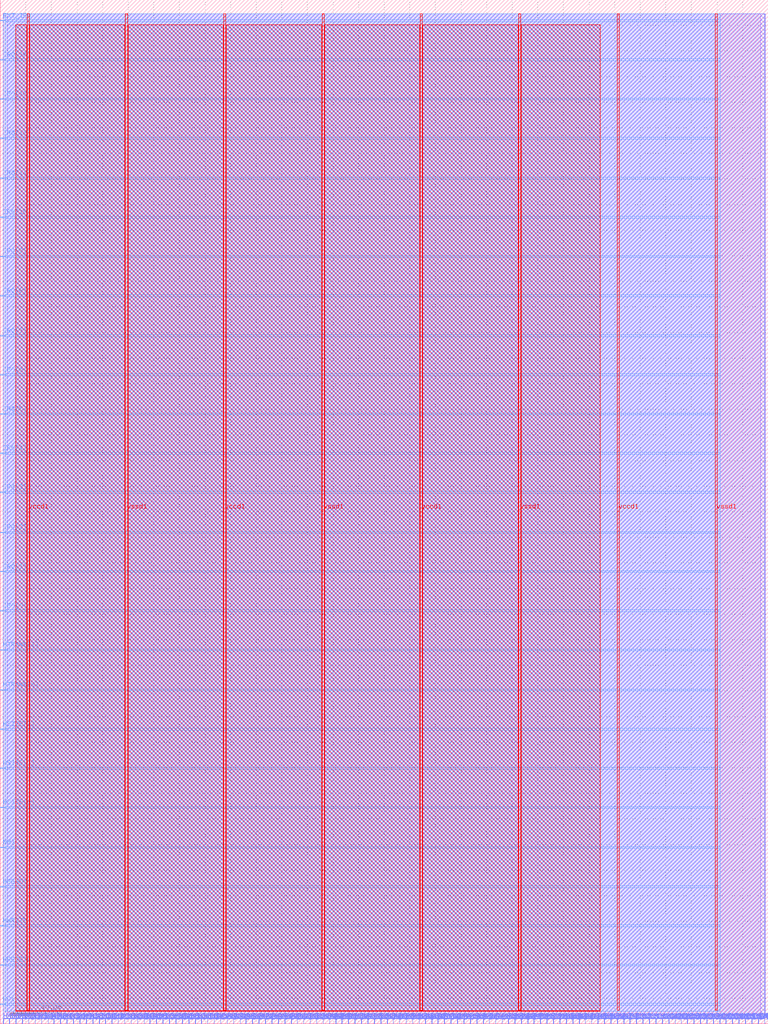
<source format=lef>
VERSION 5.7 ;
  NOWIREEXTENSIONATPIN ON ;
  DIVIDERCHAR "/" ;
  BUSBITCHARS "[]" ;
MACRO ibex_wrapper
  CLASS BLOCK ;
  FOREIGN ibex_wrapper ;
  ORIGIN 0.000 0.000 ;
  SIZE 600.000 BY 800.000 ;
  PIN EXT_IRQ
    DIRECTION INPUT ;
    USE SIGNAL ;
    PORT
      LAYER met3 ;
        RECT 0.000 783.400 4.000 784.000 ;
    END
  END EXT_IRQ
  PIN HADDR[0]
    DIRECTION OUTPUT TRISTATE ;
    USE SIGNAL ;
    PORT
      LAYER met2 ;
        RECT 2.390 0.000 2.670 4.000 ;
    END
  END HADDR[0]
  PIN HADDR[10]
    DIRECTION OUTPUT TRISTATE ;
    USE SIGNAL ;
    PORT
      LAYER met2 ;
        RECT 52.070 0.000 52.350 4.000 ;
    END
  END HADDR[10]
  PIN HADDR[11]
    DIRECTION OUTPUT TRISTATE ;
    USE SIGNAL ;
    PORT
      LAYER met2 ;
        RECT 57.130 0.000 57.410 4.000 ;
    END
  END HADDR[11]
  PIN HADDR[12]
    DIRECTION OUTPUT TRISTATE ;
    USE SIGNAL ;
    PORT
      LAYER met2 ;
        RECT 62.190 0.000 62.470 4.000 ;
    END
  END HADDR[12]
  PIN HADDR[13]
    DIRECTION OUTPUT TRISTATE ;
    USE SIGNAL ;
    PORT
      LAYER met2 ;
        RECT 67.250 0.000 67.530 4.000 ;
    END
  END HADDR[13]
  PIN HADDR[14]
    DIRECTION OUTPUT TRISTATE ;
    USE SIGNAL ;
    PORT
      LAYER met2 ;
        RECT 72.310 0.000 72.590 4.000 ;
    END
  END HADDR[14]
  PIN HADDR[15]
    DIRECTION OUTPUT TRISTATE ;
    USE SIGNAL ;
    PORT
      LAYER met2 ;
        RECT 77.370 0.000 77.650 4.000 ;
    END
  END HADDR[15]
  PIN HADDR[16]
    DIRECTION OUTPUT TRISTATE ;
    USE SIGNAL ;
    PORT
      LAYER met2 ;
        RECT 81.970 0.000 82.250 4.000 ;
    END
  END HADDR[16]
  PIN HADDR[17]
    DIRECTION OUTPUT TRISTATE ;
    USE SIGNAL ;
    PORT
      LAYER met2 ;
        RECT 87.030 0.000 87.310 4.000 ;
    END
  END HADDR[17]
  PIN HADDR[18]
    DIRECTION OUTPUT TRISTATE ;
    USE SIGNAL ;
    PORT
      LAYER met2 ;
        RECT 92.090 0.000 92.370 4.000 ;
    END
  END HADDR[18]
  PIN HADDR[19]
    DIRECTION OUTPUT TRISTATE ;
    USE SIGNAL ;
    PORT
      LAYER met2 ;
        RECT 97.150 0.000 97.430 4.000 ;
    END
  END HADDR[19]
  PIN HADDR[1]
    DIRECTION OUTPUT TRISTATE ;
    USE SIGNAL ;
    PORT
      LAYER met2 ;
        RECT 6.990 0.000 7.270 4.000 ;
    END
  END HADDR[1]
  PIN HADDR[20]
    DIRECTION OUTPUT TRISTATE ;
    USE SIGNAL ;
    PORT
      LAYER met2 ;
        RECT 102.210 0.000 102.490 4.000 ;
    END
  END HADDR[20]
  PIN HADDR[21]
    DIRECTION OUTPUT TRISTATE ;
    USE SIGNAL ;
    PORT
      LAYER met2 ;
        RECT 107.270 0.000 107.550 4.000 ;
    END
  END HADDR[21]
  PIN HADDR[22]
    DIRECTION OUTPUT TRISTATE ;
    USE SIGNAL ;
    PORT
      LAYER met2 ;
        RECT 112.330 0.000 112.610 4.000 ;
    END
  END HADDR[22]
  PIN HADDR[23]
    DIRECTION OUTPUT TRISTATE ;
    USE SIGNAL ;
    PORT
      LAYER met2 ;
        RECT 116.930 0.000 117.210 4.000 ;
    END
  END HADDR[23]
  PIN HADDR[24]
    DIRECTION OUTPUT TRISTATE ;
    USE SIGNAL ;
    PORT
      LAYER met2 ;
        RECT 121.990 0.000 122.270 4.000 ;
    END
  END HADDR[24]
  PIN HADDR[25]
    DIRECTION OUTPUT TRISTATE ;
    USE SIGNAL ;
    PORT
      LAYER met2 ;
        RECT 127.050 0.000 127.330 4.000 ;
    END
  END HADDR[25]
  PIN HADDR[26]
    DIRECTION OUTPUT TRISTATE ;
    USE SIGNAL ;
    PORT
      LAYER met2 ;
        RECT 132.110 0.000 132.390 4.000 ;
    END
  END HADDR[26]
  PIN HADDR[27]
    DIRECTION OUTPUT TRISTATE ;
    USE SIGNAL ;
    PORT
      LAYER met2 ;
        RECT 137.170 0.000 137.450 4.000 ;
    END
  END HADDR[27]
  PIN HADDR[28]
    DIRECTION OUTPUT TRISTATE ;
    USE SIGNAL ;
    PORT
      LAYER met2 ;
        RECT 142.230 0.000 142.510 4.000 ;
    END
  END HADDR[28]
  PIN HADDR[29]
    DIRECTION OUTPUT TRISTATE ;
    USE SIGNAL ;
    PORT
      LAYER met2 ;
        RECT 147.290 0.000 147.570 4.000 ;
    END
  END HADDR[29]
  PIN HADDR[2]
    DIRECTION OUTPUT TRISTATE ;
    USE SIGNAL ;
    PORT
      LAYER met2 ;
        RECT 12.050 0.000 12.330 4.000 ;
    END
  END HADDR[2]
  PIN HADDR[30]
    DIRECTION OUTPUT TRISTATE ;
    USE SIGNAL ;
    PORT
      LAYER met2 ;
        RECT 152.350 0.000 152.630 4.000 ;
    END
  END HADDR[30]
  PIN HADDR[31]
    DIRECTION OUTPUT TRISTATE ;
    USE SIGNAL ;
    PORT
      LAYER met2 ;
        RECT 156.950 0.000 157.230 4.000 ;
    END
  END HADDR[31]
  PIN HADDR[3]
    DIRECTION OUTPUT TRISTATE ;
    USE SIGNAL ;
    PORT
      LAYER met2 ;
        RECT 17.110 0.000 17.390 4.000 ;
    END
  END HADDR[3]
  PIN HADDR[4]
    DIRECTION OUTPUT TRISTATE ;
    USE SIGNAL ;
    PORT
      LAYER met2 ;
        RECT 22.170 0.000 22.450 4.000 ;
    END
  END HADDR[4]
  PIN HADDR[5]
    DIRECTION OUTPUT TRISTATE ;
    USE SIGNAL ;
    PORT
      LAYER met2 ;
        RECT 27.230 0.000 27.510 4.000 ;
    END
  END HADDR[5]
  PIN HADDR[6]
    DIRECTION OUTPUT TRISTATE ;
    USE SIGNAL ;
    PORT
      LAYER met2 ;
        RECT 32.290 0.000 32.570 4.000 ;
    END
  END HADDR[6]
  PIN HADDR[7]
    DIRECTION OUTPUT TRISTATE ;
    USE SIGNAL ;
    PORT
      LAYER met2 ;
        RECT 37.350 0.000 37.630 4.000 ;
    END
  END HADDR[7]
  PIN HADDR[8]
    DIRECTION OUTPUT TRISTATE ;
    USE SIGNAL ;
    PORT
      LAYER met2 ;
        RECT 41.950 0.000 42.230 4.000 ;
    END
  END HADDR[8]
  PIN HADDR[9]
    DIRECTION OUTPUT TRISTATE ;
    USE SIGNAL ;
    PORT
      LAYER met2 ;
        RECT 47.010 0.000 47.290 4.000 ;
    END
  END HADDR[9]
  PIN HCLK
    DIRECTION INPUT ;
    USE SIGNAL ;
    PORT
      LAYER met3 ;
        RECT 0.000 15.000 4.000 15.600 ;
    END
  END HCLK
  PIN HRDATA[0]
    DIRECTION INPUT ;
    USE SIGNAL ;
    PORT
      LAYER met2 ;
        RECT 162.010 0.000 162.290 4.000 ;
    END
  END HRDATA[0]
  PIN HRDATA[10]
    DIRECTION INPUT ;
    USE SIGNAL ;
    PORT
      LAYER met2 ;
        RECT 212.150 0.000 212.430 4.000 ;
    END
  END HRDATA[10]
  PIN HRDATA[11]
    DIRECTION INPUT ;
    USE SIGNAL ;
    PORT
      LAYER met2 ;
        RECT 217.210 0.000 217.490 4.000 ;
    END
  END HRDATA[11]
  PIN HRDATA[12]
    DIRECTION INPUT ;
    USE SIGNAL ;
    PORT
      LAYER met2 ;
        RECT 222.270 0.000 222.550 4.000 ;
    END
  END HRDATA[12]
  PIN HRDATA[13]
    DIRECTION INPUT ;
    USE SIGNAL ;
    PORT
      LAYER met2 ;
        RECT 227.330 0.000 227.610 4.000 ;
    END
  END HRDATA[13]
  PIN HRDATA[14]
    DIRECTION INPUT ;
    USE SIGNAL ;
    PORT
      LAYER met2 ;
        RECT 231.930 0.000 232.210 4.000 ;
    END
  END HRDATA[14]
  PIN HRDATA[15]
    DIRECTION INPUT ;
    USE SIGNAL ;
    PORT
      LAYER met2 ;
        RECT 236.990 0.000 237.270 4.000 ;
    END
  END HRDATA[15]
  PIN HRDATA[16]
    DIRECTION INPUT ;
    USE SIGNAL ;
    PORT
      LAYER met2 ;
        RECT 242.050 0.000 242.330 4.000 ;
    END
  END HRDATA[16]
  PIN HRDATA[17]
    DIRECTION INPUT ;
    USE SIGNAL ;
    PORT
      LAYER met2 ;
        RECT 247.110 0.000 247.390 4.000 ;
    END
  END HRDATA[17]
  PIN HRDATA[18]
    DIRECTION INPUT ;
    USE SIGNAL ;
    PORT
      LAYER met2 ;
        RECT 252.170 0.000 252.450 4.000 ;
    END
  END HRDATA[18]
  PIN HRDATA[19]
    DIRECTION INPUT ;
    USE SIGNAL ;
    PORT
      LAYER met2 ;
        RECT 257.230 0.000 257.510 4.000 ;
    END
  END HRDATA[19]
  PIN HRDATA[1]
    DIRECTION INPUT ;
    USE SIGNAL ;
    PORT
      LAYER met2 ;
        RECT 167.070 0.000 167.350 4.000 ;
    END
  END HRDATA[1]
  PIN HRDATA[20]
    DIRECTION INPUT ;
    USE SIGNAL ;
    PORT
      LAYER met2 ;
        RECT 262.290 0.000 262.570 4.000 ;
    END
  END HRDATA[20]
  PIN HRDATA[21]
    DIRECTION INPUT ;
    USE SIGNAL ;
    PORT
      LAYER met2 ;
        RECT 266.890 0.000 267.170 4.000 ;
    END
  END HRDATA[21]
  PIN HRDATA[22]
    DIRECTION INPUT ;
    USE SIGNAL ;
    PORT
      LAYER met2 ;
        RECT 271.950 0.000 272.230 4.000 ;
    END
  END HRDATA[22]
  PIN HRDATA[23]
    DIRECTION INPUT ;
    USE SIGNAL ;
    PORT
      LAYER met2 ;
        RECT 277.010 0.000 277.290 4.000 ;
    END
  END HRDATA[23]
  PIN HRDATA[24]
    DIRECTION INPUT ;
    USE SIGNAL ;
    PORT
      LAYER met2 ;
        RECT 282.070 0.000 282.350 4.000 ;
    END
  END HRDATA[24]
  PIN HRDATA[25]
    DIRECTION INPUT ;
    USE SIGNAL ;
    PORT
      LAYER met2 ;
        RECT 287.130 0.000 287.410 4.000 ;
    END
  END HRDATA[25]
  PIN HRDATA[26]
    DIRECTION INPUT ;
    USE SIGNAL ;
    PORT
      LAYER met2 ;
        RECT 292.190 0.000 292.470 4.000 ;
    END
  END HRDATA[26]
  PIN HRDATA[27]
    DIRECTION INPUT ;
    USE SIGNAL ;
    PORT
      LAYER met2 ;
        RECT 297.250 0.000 297.530 4.000 ;
    END
  END HRDATA[27]
  PIN HRDATA[28]
    DIRECTION INPUT ;
    USE SIGNAL ;
    PORT
      LAYER met2 ;
        RECT 302.310 0.000 302.590 4.000 ;
    END
  END HRDATA[28]
  PIN HRDATA[29]
    DIRECTION INPUT ;
    USE SIGNAL ;
    PORT
      LAYER met2 ;
        RECT 306.910 0.000 307.190 4.000 ;
    END
  END HRDATA[29]
  PIN HRDATA[2]
    DIRECTION INPUT ;
    USE SIGNAL ;
    PORT
      LAYER met2 ;
        RECT 172.130 0.000 172.410 4.000 ;
    END
  END HRDATA[2]
  PIN HRDATA[30]
    DIRECTION INPUT ;
    USE SIGNAL ;
    PORT
      LAYER met2 ;
        RECT 311.970 0.000 312.250 4.000 ;
    END
  END HRDATA[30]
  PIN HRDATA[31]
    DIRECTION INPUT ;
    USE SIGNAL ;
    PORT
      LAYER met2 ;
        RECT 317.030 0.000 317.310 4.000 ;
    END
  END HRDATA[31]
  PIN HRDATA[3]
    DIRECTION INPUT ;
    USE SIGNAL ;
    PORT
      LAYER met2 ;
        RECT 177.190 0.000 177.470 4.000 ;
    END
  END HRDATA[3]
  PIN HRDATA[4]
    DIRECTION INPUT ;
    USE SIGNAL ;
    PORT
      LAYER met2 ;
        RECT 182.250 0.000 182.530 4.000 ;
    END
  END HRDATA[4]
  PIN HRDATA[5]
    DIRECTION INPUT ;
    USE SIGNAL ;
    PORT
      LAYER met2 ;
        RECT 187.310 0.000 187.590 4.000 ;
    END
  END HRDATA[5]
  PIN HRDATA[6]
    DIRECTION INPUT ;
    USE SIGNAL ;
    PORT
      LAYER met2 ;
        RECT 191.910 0.000 192.190 4.000 ;
    END
  END HRDATA[6]
  PIN HRDATA[7]
    DIRECTION INPUT ;
    USE SIGNAL ;
    PORT
      LAYER met2 ;
        RECT 196.970 0.000 197.250 4.000 ;
    END
  END HRDATA[7]
  PIN HRDATA[8]
    DIRECTION INPUT ;
    USE SIGNAL ;
    PORT
      LAYER met2 ;
        RECT 202.030 0.000 202.310 4.000 ;
    END
  END HRDATA[8]
  PIN HRDATA[9]
    DIRECTION INPUT ;
    USE SIGNAL ;
    PORT
      LAYER met2 ;
        RECT 207.090 0.000 207.370 4.000 ;
    END
  END HRDATA[9]
  PIN HREADY
    DIRECTION INPUT ;
    USE SIGNAL ;
    PORT
      LAYER met3 ;
        RECT 0.000 106.800 4.000 107.400 ;
    END
  END HREADY
  PIN HRESETn
    DIRECTION INPUT ;
    USE SIGNAL ;
    PORT
      LAYER met3 ;
        RECT 0.000 45.600 4.000 46.200 ;
    END
  END HRESETn
  PIN HSIZE[0]
    DIRECTION OUTPUT TRISTATE ;
    USE SIGNAL ;
    PORT
      LAYER met3 ;
        RECT 0.000 168.680 4.000 169.280 ;
    END
  END HSIZE[0]
  PIN HSIZE[1]
    DIRECTION OUTPUT TRISTATE ;
    USE SIGNAL ;
    PORT
      LAYER met3 ;
        RECT 0.000 199.280 4.000 199.880 ;
    END
  END HSIZE[1]
  PIN HSIZE[2]
    DIRECTION OUTPUT TRISTATE ;
    USE SIGNAL ;
    PORT
      LAYER met3 ;
        RECT 0.000 229.880 4.000 230.480 ;
    END
  END HSIZE[2]
  PIN HTRANS[0]
    DIRECTION OUTPUT TRISTATE ;
    USE SIGNAL ;
    PORT
      LAYER met3 ;
        RECT 0.000 260.480 4.000 261.080 ;
    END
  END HTRANS[0]
  PIN HTRANS[1]
    DIRECTION OUTPUT TRISTATE ;
    USE SIGNAL ;
    PORT
      LAYER met3 ;
        RECT 0.000 291.760 4.000 292.360 ;
    END
  END HTRANS[1]
  PIN HWDATA[0]
    DIRECTION OUTPUT TRISTATE ;
    USE SIGNAL ;
    PORT
      LAYER met2 ;
        RECT 322.090 0.000 322.370 4.000 ;
    END
  END HWDATA[0]
  PIN HWDATA[10]
    DIRECTION OUTPUT TRISTATE ;
    USE SIGNAL ;
    PORT
      LAYER met2 ;
        RECT 372.230 0.000 372.510 4.000 ;
    END
  END HWDATA[10]
  PIN HWDATA[11]
    DIRECTION OUTPUT TRISTATE ;
    USE SIGNAL ;
    PORT
      LAYER met2 ;
        RECT 377.290 0.000 377.570 4.000 ;
    END
  END HWDATA[11]
  PIN HWDATA[12]
    DIRECTION OUTPUT TRISTATE ;
    USE SIGNAL ;
    PORT
      LAYER met2 ;
        RECT 381.890 0.000 382.170 4.000 ;
    END
  END HWDATA[12]
  PIN HWDATA[13]
    DIRECTION OUTPUT TRISTATE ;
    USE SIGNAL ;
    PORT
      LAYER met2 ;
        RECT 386.950 0.000 387.230 4.000 ;
    END
  END HWDATA[13]
  PIN HWDATA[14]
    DIRECTION OUTPUT TRISTATE ;
    USE SIGNAL ;
    PORT
      LAYER met2 ;
        RECT 392.010 0.000 392.290 4.000 ;
    END
  END HWDATA[14]
  PIN HWDATA[15]
    DIRECTION OUTPUT TRISTATE ;
    USE SIGNAL ;
    PORT
      LAYER met2 ;
        RECT 397.070 0.000 397.350 4.000 ;
    END
  END HWDATA[15]
  PIN HWDATA[16]
    DIRECTION OUTPUT TRISTATE ;
    USE SIGNAL ;
    PORT
      LAYER met2 ;
        RECT 402.130 0.000 402.410 4.000 ;
    END
  END HWDATA[16]
  PIN HWDATA[17]
    DIRECTION OUTPUT TRISTATE ;
    USE SIGNAL ;
    PORT
      LAYER met2 ;
        RECT 407.190 0.000 407.470 4.000 ;
    END
  END HWDATA[17]
  PIN HWDATA[18]
    DIRECTION OUTPUT TRISTATE ;
    USE SIGNAL ;
    PORT
      LAYER met2 ;
        RECT 412.250 0.000 412.530 4.000 ;
    END
  END HWDATA[18]
  PIN HWDATA[19]
    DIRECTION OUTPUT TRISTATE ;
    USE SIGNAL ;
    PORT
      LAYER met2 ;
        RECT 416.850 0.000 417.130 4.000 ;
    END
  END HWDATA[19]
  PIN HWDATA[1]
    DIRECTION OUTPUT TRISTATE ;
    USE SIGNAL ;
    PORT
      LAYER met2 ;
        RECT 327.150 0.000 327.430 4.000 ;
    END
  END HWDATA[1]
  PIN HWDATA[20]
    DIRECTION OUTPUT TRISTATE ;
    USE SIGNAL ;
    PORT
      LAYER met2 ;
        RECT 421.910 0.000 422.190 4.000 ;
    END
  END HWDATA[20]
  PIN HWDATA[21]
    DIRECTION OUTPUT TRISTATE ;
    USE SIGNAL ;
    PORT
      LAYER met2 ;
        RECT 426.970 0.000 427.250 4.000 ;
    END
  END HWDATA[21]
  PIN HWDATA[22]
    DIRECTION OUTPUT TRISTATE ;
    USE SIGNAL ;
    PORT
      LAYER met2 ;
        RECT 432.030 0.000 432.310 4.000 ;
    END
  END HWDATA[22]
  PIN HWDATA[23]
    DIRECTION OUTPUT TRISTATE ;
    USE SIGNAL ;
    PORT
      LAYER met2 ;
        RECT 437.090 0.000 437.370 4.000 ;
    END
  END HWDATA[23]
  PIN HWDATA[24]
    DIRECTION OUTPUT TRISTATE ;
    USE SIGNAL ;
    PORT
      LAYER met2 ;
        RECT 442.150 0.000 442.430 4.000 ;
    END
  END HWDATA[24]
  PIN HWDATA[25]
    DIRECTION OUTPUT TRISTATE ;
    USE SIGNAL ;
    PORT
      LAYER met2 ;
        RECT 447.210 0.000 447.490 4.000 ;
    END
  END HWDATA[25]
  PIN HWDATA[26]
    DIRECTION OUTPUT TRISTATE ;
    USE SIGNAL ;
    PORT
      LAYER met2 ;
        RECT 452.270 0.000 452.550 4.000 ;
    END
  END HWDATA[26]
  PIN HWDATA[27]
    DIRECTION OUTPUT TRISTATE ;
    USE SIGNAL ;
    PORT
      LAYER met2 ;
        RECT 456.870 0.000 457.150 4.000 ;
    END
  END HWDATA[27]
  PIN HWDATA[28]
    DIRECTION OUTPUT TRISTATE ;
    USE SIGNAL ;
    PORT
      LAYER met2 ;
        RECT 461.930 0.000 462.210 4.000 ;
    END
  END HWDATA[28]
  PIN HWDATA[29]
    DIRECTION OUTPUT TRISTATE ;
    USE SIGNAL ;
    PORT
      LAYER met2 ;
        RECT 466.990 0.000 467.270 4.000 ;
    END
  END HWDATA[29]
  PIN HWDATA[2]
    DIRECTION OUTPUT TRISTATE ;
    USE SIGNAL ;
    PORT
      LAYER met2 ;
        RECT 332.210 0.000 332.490 4.000 ;
    END
  END HWDATA[2]
  PIN HWDATA[30]
    DIRECTION OUTPUT TRISTATE ;
    USE SIGNAL ;
    PORT
      LAYER met2 ;
        RECT 472.050 0.000 472.330 4.000 ;
    END
  END HWDATA[30]
  PIN HWDATA[31]
    DIRECTION OUTPUT TRISTATE ;
    USE SIGNAL ;
    PORT
      LAYER met2 ;
        RECT 477.110 0.000 477.390 4.000 ;
    END
  END HWDATA[31]
  PIN HWDATA[3]
    DIRECTION OUTPUT TRISTATE ;
    USE SIGNAL ;
    PORT
      LAYER met2 ;
        RECT 337.270 0.000 337.550 4.000 ;
    END
  END HWDATA[3]
  PIN HWDATA[4]
    DIRECTION OUTPUT TRISTATE ;
    USE SIGNAL ;
    PORT
      LAYER met2 ;
        RECT 341.870 0.000 342.150 4.000 ;
    END
  END HWDATA[4]
  PIN HWDATA[5]
    DIRECTION OUTPUT TRISTATE ;
    USE SIGNAL ;
    PORT
      LAYER met2 ;
        RECT 346.930 0.000 347.210 4.000 ;
    END
  END HWDATA[5]
  PIN HWDATA[6]
    DIRECTION OUTPUT TRISTATE ;
    USE SIGNAL ;
    PORT
      LAYER met2 ;
        RECT 351.990 0.000 352.270 4.000 ;
    END
  END HWDATA[6]
  PIN HWDATA[7]
    DIRECTION OUTPUT TRISTATE ;
    USE SIGNAL ;
    PORT
      LAYER met2 ;
        RECT 357.050 0.000 357.330 4.000 ;
    END
  END HWDATA[7]
  PIN HWDATA[8]
    DIRECTION OUTPUT TRISTATE ;
    USE SIGNAL ;
    PORT
      LAYER met2 ;
        RECT 362.110 0.000 362.390 4.000 ;
    END
  END HWDATA[8]
  PIN HWDATA[9]
    DIRECTION OUTPUT TRISTATE ;
    USE SIGNAL ;
    PORT
      LAYER met2 ;
        RECT 367.170 0.000 367.450 4.000 ;
    END
  END HWDATA[9]
  PIN HWRITE
    DIRECTION OUTPUT TRISTATE ;
    USE SIGNAL ;
    PORT
      LAYER met3 ;
        RECT 0.000 76.200 4.000 76.800 ;
    END
  END HWRITE
  PIN IRQ[0]
    DIRECTION INPUT ;
    USE SIGNAL ;
    PORT
      LAYER met3 ;
        RECT 0.000 322.360 4.000 322.960 ;
    END
  END IRQ[0]
  PIN IRQ[10]
    DIRECTION INPUT ;
    USE SIGNAL ;
    PORT
      LAYER met3 ;
        RECT 0.000 629.720 4.000 630.320 ;
    END
  END IRQ[10]
  PIN IRQ[11]
    DIRECTION INPUT ;
    USE SIGNAL ;
    PORT
      LAYER met3 ;
        RECT 0.000 660.320 4.000 660.920 ;
    END
  END IRQ[11]
  PIN IRQ[12]
    DIRECTION INPUT ;
    USE SIGNAL ;
    PORT
      LAYER met3 ;
        RECT 0.000 691.600 4.000 692.200 ;
    END
  END IRQ[12]
  PIN IRQ[13]
    DIRECTION INPUT ;
    USE SIGNAL ;
    PORT
      LAYER met3 ;
        RECT 0.000 722.200 4.000 722.800 ;
    END
  END IRQ[13]
  PIN IRQ[14]
    DIRECTION INPUT ;
    USE SIGNAL ;
    PORT
      LAYER met3 ;
        RECT 0.000 752.800 4.000 753.400 ;
    END
  END IRQ[14]
  PIN IRQ[1]
    DIRECTION INPUT ;
    USE SIGNAL ;
    PORT
      LAYER met3 ;
        RECT 0.000 352.960 4.000 353.560 ;
    END
  END IRQ[1]
  PIN IRQ[2]
    DIRECTION INPUT ;
    USE SIGNAL ;
    PORT
      LAYER met3 ;
        RECT 0.000 383.560 4.000 384.160 ;
    END
  END IRQ[2]
  PIN IRQ[3]
    DIRECTION INPUT ;
    USE SIGNAL ;
    PORT
      LAYER met3 ;
        RECT 0.000 414.840 4.000 415.440 ;
    END
  END IRQ[3]
  PIN IRQ[4]
    DIRECTION INPUT ;
    USE SIGNAL ;
    PORT
      LAYER met3 ;
        RECT 0.000 445.440 4.000 446.040 ;
    END
  END IRQ[4]
  PIN IRQ[5]
    DIRECTION INPUT ;
    USE SIGNAL ;
    PORT
      LAYER met3 ;
        RECT 0.000 476.040 4.000 476.640 ;
    END
  END IRQ[5]
  PIN IRQ[6]
    DIRECTION INPUT ;
    USE SIGNAL ;
    PORT
      LAYER met3 ;
        RECT 0.000 506.640 4.000 507.240 ;
    END
  END IRQ[6]
  PIN IRQ[7]
    DIRECTION INPUT ;
    USE SIGNAL ;
    PORT
      LAYER met3 ;
        RECT 0.000 537.240 4.000 537.840 ;
    END
  END IRQ[7]
  PIN IRQ[8]
    DIRECTION INPUT ;
    USE SIGNAL ;
    PORT
      LAYER met3 ;
        RECT 0.000 568.520 4.000 569.120 ;
    END
  END IRQ[8]
  PIN IRQ[9]
    DIRECTION INPUT ;
    USE SIGNAL ;
    PORT
      LAYER met3 ;
        RECT 0.000 599.120 4.000 599.720 ;
    END
  END IRQ[9]
  PIN NMI
    DIRECTION INPUT ;
    USE SIGNAL ;
    PORT
      LAYER met3 ;
        RECT 0.000 137.400 4.000 138.000 ;
    END
  END NMI
  PIN SYSTICKCLKDIV[0]
    DIRECTION INPUT ;
    USE SIGNAL ;
    PORT
      LAYER met2 ;
        RECT 482.170 0.000 482.450 4.000 ;
    END
  END SYSTICKCLKDIV[0]
  PIN SYSTICKCLKDIV[10]
    DIRECTION INPUT ;
    USE SIGNAL ;
    PORT
      LAYER met2 ;
        RECT 531.850 0.000 532.130 4.000 ;
    END
  END SYSTICKCLKDIV[10]
  PIN SYSTICKCLKDIV[11]
    DIRECTION INPUT ;
    USE SIGNAL ;
    PORT
      LAYER met2 ;
        RECT 536.910 0.000 537.190 4.000 ;
    END
  END SYSTICKCLKDIV[11]
  PIN SYSTICKCLKDIV[12]
    DIRECTION INPUT ;
    USE SIGNAL ;
    PORT
      LAYER met2 ;
        RECT 541.970 0.000 542.250 4.000 ;
    END
  END SYSTICKCLKDIV[12]
  PIN SYSTICKCLKDIV[13]
    DIRECTION INPUT ;
    USE SIGNAL ;
    PORT
      LAYER met2 ;
        RECT 547.030 0.000 547.310 4.000 ;
    END
  END SYSTICKCLKDIV[13]
  PIN SYSTICKCLKDIV[14]
    DIRECTION INPUT ;
    USE SIGNAL ;
    PORT
      LAYER met2 ;
        RECT 552.090 0.000 552.370 4.000 ;
    END
  END SYSTICKCLKDIV[14]
  PIN SYSTICKCLKDIV[15]
    DIRECTION INPUT ;
    USE SIGNAL ;
    PORT
      LAYER met2 ;
        RECT 557.150 0.000 557.430 4.000 ;
    END
  END SYSTICKCLKDIV[15]
  PIN SYSTICKCLKDIV[16]
    DIRECTION INPUT ;
    USE SIGNAL ;
    PORT
      LAYER met2 ;
        RECT 562.210 0.000 562.490 4.000 ;
    END
  END SYSTICKCLKDIV[16]
  PIN SYSTICKCLKDIV[17]
    DIRECTION INPUT ;
    USE SIGNAL ;
    PORT
      LAYER met2 ;
        RECT 566.810 0.000 567.090 4.000 ;
    END
  END SYSTICKCLKDIV[17]
  PIN SYSTICKCLKDIV[18]
    DIRECTION INPUT ;
    USE SIGNAL ;
    PORT
      LAYER met2 ;
        RECT 571.870 0.000 572.150 4.000 ;
    END
  END SYSTICKCLKDIV[18]
  PIN SYSTICKCLKDIV[19]
    DIRECTION INPUT ;
    USE SIGNAL ;
    PORT
      LAYER met2 ;
        RECT 576.930 0.000 577.210 4.000 ;
    END
  END SYSTICKCLKDIV[19]
  PIN SYSTICKCLKDIV[1]
    DIRECTION INPUT ;
    USE SIGNAL ;
    PORT
      LAYER met2 ;
        RECT 487.230 0.000 487.510 4.000 ;
    END
  END SYSTICKCLKDIV[1]
  PIN SYSTICKCLKDIV[20]
    DIRECTION INPUT ;
    USE SIGNAL ;
    PORT
      LAYER met2 ;
        RECT 581.990 0.000 582.270 4.000 ;
    END
  END SYSTICKCLKDIV[20]
  PIN SYSTICKCLKDIV[21]
    DIRECTION INPUT ;
    USE SIGNAL ;
    PORT
      LAYER met2 ;
        RECT 587.050 0.000 587.330 4.000 ;
    END
  END SYSTICKCLKDIV[21]
  PIN SYSTICKCLKDIV[22]
    DIRECTION INPUT ;
    USE SIGNAL ;
    PORT
      LAYER met2 ;
        RECT 592.110 0.000 592.390 4.000 ;
    END
  END SYSTICKCLKDIV[22]
  PIN SYSTICKCLKDIV[23]
    DIRECTION INPUT ;
    USE SIGNAL ;
    PORT
      LAYER met2 ;
        RECT 597.170 0.000 597.450 4.000 ;
    END
  END SYSTICKCLKDIV[23]
  PIN SYSTICKCLKDIV[2]
    DIRECTION INPUT ;
    USE SIGNAL ;
    PORT
      LAYER met2 ;
        RECT 491.830 0.000 492.110 4.000 ;
    END
  END SYSTICKCLKDIV[2]
  PIN SYSTICKCLKDIV[3]
    DIRECTION INPUT ;
    USE SIGNAL ;
    PORT
      LAYER met2 ;
        RECT 496.890 0.000 497.170 4.000 ;
    END
  END SYSTICKCLKDIV[3]
  PIN SYSTICKCLKDIV[4]
    DIRECTION INPUT ;
    USE SIGNAL ;
    PORT
      LAYER met2 ;
        RECT 501.950 0.000 502.230 4.000 ;
    END
  END SYSTICKCLKDIV[4]
  PIN SYSTICKCLKDIV[5]
    DIRECTION INPUT ;
    USE SIGNAL ;
    PORT
      LAYER met2 ;
        RECT 507.010 0.000 507.290 4.000 ;
    END
  END SYSTICKCLKDIV[5]
  PIN SYSTICKCLKDIV[6]
    DIRECTION INPUT ;
    USE SIGNAL ;
    PORT
      LAYER met2 ;
        RECT 512.070 0.000 512.350 4.000 ;
    END
  END SYSTICKCLKDIV[6]
  PIN SYSTICKCLKDIV[7]
    DIRECTION INPUT ;
    USE SIGNAL ;
    PORT
      LAYER met2 ;
        RECT 517.130 0.000 517.410 4.000 ;
    END
  END SYSTICKCLKDIV[7]
  PIN SYSTICKCLKDIV[8]
    DIRECTION INPUT ;
    USE SIGNAL ;
    PORT
      LAYER met2 ;
        RECT 522.190 0.000 522.470 4.000 ;
    END
  END SYSTICKCLKDIV[8]
  PIN SYSTICKCLKDIV[9]
    DIRECTION INPUT ;
    USE SIGNAL ;
    PORT
      LAYER met2 ;
        RECT 527.250 0.000 527.530 4.000 ;
    END
  END SYSTICKCLKDIV[9]
  PIN vccd1
    DIRECTION INOUT ;
    USE POWER ;
    PORT
      LAYER met4 ;
        RECT 481.840 10.640 483.440 789.040 ;
    END
  END vccd1
  PIN vccd1
    DIRECTION INOUT ;
    USE POWER ;
    PORT
      LAYER met4 ;
        RECT 328.240 10.640 329.840 789.040 ;
    END
  END vccd1
  PIN vccd1
    DIRECTION INOUT ;
    USE POWER ;
    PORT
      LAYER met4 ;
        RECT 174.640 10.640 176.240 789.040 ;
    END
  END vccd1
  PIN vccd1
    DIRECTION INOUT ;
    USE POWER ;
    PORT
      LAYER met4 ;
        RECT 21.040 10.640 22.640 789.040 ;
    END
  END vccd1
  PIN vssd1
    DIRECTION INOUT ;
    USE GROUND ;
    PORT
      LAYER met4 ;
        RECT 558.640 10.640 560.240 789.040 ;
    END
  END vssd1
  PIN vssd1
    DIRECTION INOUT ;
    USE GROUND ;
    PORT
      LAYER met4 ;
        RECT 405.040 10.640 406.640 789.040 ;
    END
  END vssd1
  PIN vssd1
    DIRECTION INOUT ;
    USE GROUND ;
    PORT
      LAYER met4 ;
        RECT 251.440 10.640 253.040 789.040 ;
    END
  END vssd1
  PIN vssd1
    DIRECTION INOUT ;
    USE GROUND ;
    PORT
      LAYER met4 ;
        RECT 97.840 10.640 99.440 789.040 ;
    END
  END vssd1
  OBS
      LAYER li1 ;
        RECT 5.520 7.225 594.320 788.885 ;
      LAYER met1 ;
        RECT 2.370 6.160 597.470 789.040 ;
      LAYER met2 ;
        RECT 2.400 4.280 597.440 789.040 ;
        RECT 2.950 4.000 6.710 4.280 ;
        RECT 7.550 4.000 11.770 4.280 ;
        RECT 12.610 4.000 16.830 4.280 ;
        RECT 17.670 4.000 21.890 4.280 ;
        RECT 22.730 4.000 26.950 4.280 ;
        RECT 27.790 4.000 32.010 4.280 ;
        RECT 32.850 4.000 37.070 4.280 ;
        RECT 37.910 4.000 41.670 4.280 ;
        RECT 42.510 4.000 46.730 4.280 ;
        RECT 47.570 4.000 51.790 4.280 ;
        RECT 52.630 4.000 56.850 4.280 ;
        RECT 57.690 4.000 61.910 4.280 ;
        RECT 62.750 4.000 66.970 4.280 ;
        RECT 67.810 4.000 72.030 4.280 ;
        RECT 72.870 4.000 77.090 4.280 ;
        RECT 77.930 4.000 81.690 4.280 ;
        RECT 82.530 4.000 86.750 4.280 ;
        RECT 87.590 4.000 91.810 4.280 ;
        RECT 92.650 4.000 96.870 4.280 ;
        RECT 97.710 4.000 101.930 4.280 ;
        RECT 102.770 4.000 106.990 4.280 ;
        RECT 107.830 4.000 112.050 4.280 ;
        RECT 112.890 4.000 116.650 4.280 ;
        RECT 117.490 4.000 121.710 4.280 ;
        RECT 122.550 4.000 126.770 4.280 ;
        RECT 127.610 4.000 131.830 4.280 ;
        RECT 132.670 4.000 136.890 4.280 ;
        RECT 137.730 4.000 141.950 4.280 ;
        RECT 142.790 4.000 147.010 4.280 ;
        RECT 147.850 4.000 152.070 4.280 ;
        RECT 152.910 4.000 156.670 4.280 ;
        RECT 157.510 4.000 161.730 4.280 ;
        RECT 162.570 4.000 166.790 4.280 ;
        RECT 167.630 4.000 171.850 4.280 ;
        RECT 172.690 4.000 176.910 4.280 ;
        RECT 177.750 4.000 181.970 4.280 ;
        RECT 182.810 4.000 187.030 4.280 ;
        RECT 187.870 4.000 191.630 4.280 ;
        RECT 192.470 4.000 196.690 4.280 ;
        RECT 197.530 4.000 201.750 4.280 ;
        RECT 202.590 4.000 206.810 4.280 ;
        RECT 207.650 4.000 211.870 4.280 ;
        RECT 212.710 4.000 216.930 4.280 ;
        RECT 217.770 4.000 221.990 4.280 ;
        RECT 222.830 4.000 227.050 4.280 ;
        RECT 227.890 4.000 231.650 4.280 ;
        RECT 232.490 4.000 236.710 4.280 ;
        RECT 237.550 4.000 241.770 4.280 ;
        RECT 242.610 4.000 246.830 4.280 ;
        RECT 247.670 4.000 251.890 4.280 ;
        RECT 252.730 4.000 256.950 4.280 ;
        RECT 257.790 4.000 262.010 4.280 ;
        RECT 262.850 4.000 266.610 4.280 ;
        RECT 267.450 4.000 271.670 4.280 ;
        RECT 272.510 4.000 276.730 4.280 ;
        RECT 277.570 4.000 281.790 4.280 ;
        RECT 282.630 4.000 286.850 4.280 ;
        RECT 287.690 4.000 291.910 4.280 ;
        RECT 292.750 4.000 296.970 4.280 ;
        RECT 297.810 4.000 302.030 4.280 ;
        RECT 302.870 4.000 306.630 4.280 ;
        RECT 307.470 4.000 311.690 4.280 ;
        RECT 312.530 4.000 316.750 4.280 ;
        RECT 317.590 4.000 321.810 4.280 ;
        RECT 322.650 4.000 326.870 4.280 ;
        RECT 327.710 4.000 331.930 4.280 ;
        RECT 332.770 4.000 336.990 4.280 ;
        RECT 337.830 4.000 341.590 4.280 ;
        RECT 342.430 4.000 346.650 4.280 ;
        RECT 347.490 4.000 351.710 4.280 ;
        RECT 352.550 4.000 356.770 4.280 ;
        RECT 357.610 4.000 361.830 4.280 ;
        RECT 362.670 4.000 366.890 4.280 ;
        RECT 367.730 4.000 371.950 4.280 ;
        RECT 372.790 4.000 377.010 4.280 ;
        RECT 377.850 4.000 381.610 4.280 ;
        RECT 382.450 4.000 386.670 4.280 ;
        RECT 387.510 4.000 391.730 4.280 ;
        RECT 392.570 4.000 396.790 4.280 ;
        RECT 397.630 4.000 401.850 4.280 ;
        RECT 402.690 4.000 406.910 4.280 ;
        RECT 407.750 4.000 411.970 4.280 ;
        RECT 412.810 4.000 416.570 4.280 ;
        RECT 417.410 4.000 421.630 4.280 ;
        RECT 422.470 4.000 426.690 4.280 ;
        RECT 427.530 4.000 431.750 4.280 ;
        RECT 432.590 4.000 436.810 4.280 ;
        RECT 437.650 4.000 441.870 4.280 ;
        RECT 442.710 4.000 446.930 4.280 ;
        RECT 447.770 4.000 451.990 4.280 ;
        RECT 452.830 4.000 456.590 4.280 ;
        RECT 457.430 4.000 461.650 4.280 ;
        RECT 462.490 4.000 466.710 4.280 ;
        RECT 467.550 4.000 471.770 4.280 ;
        RECT 472.610 4.000 476.830 4.280 ;
        RECT 477.670 4.000 481.890 4.280 ;
        RECT 482.730 4.000 486.950 4.280 ;
        RECT 487.790 4.000 491.550 4.280 ;
        RECT 492.390 4.000 496.610 4.280 ;
        RECT 497.450 4.000 501.670 4.280 ;
        RECT 502.510 4.000 506.730 4.280 ;
        RECT 507.570 4.000 511.790 4.280 ;
        RECT 512.630 4.000 516.850 4.280 ;
        RECT 517.690 4.000 521.910 4.280 ;
        RECT 522.750 4.000 526.970 4.280 ;
        RECT 527.810 4.000 531.570 4.280 ;
        RECT 532.410 4.000 536.630 4.280 ;
        RECT 537.470 4.000 541.690 4.280 ;
        RECT 542.530 4.000 546.750 4.280 ;
        RECT 547.590 4.000 551.810 4.280 ;
        RECT 552.650 4.000 556.870 4.280 ;
        RECT 557.710 4.000 561.930 4.280 ;
        RECT 562.770 4.000 566.530 4.280 ;
        RECT 567.370 4.000 571.590 4.280 ;
        RECT 572.430 4.000 576.650 4.280 ;
        RECT 577.490 4.000 581.710 4.280 ;
        RECT 582.550 4.000 586.770 4.280 ;
        RECT 587.610 4.000 591.830 4.280 ;
        RECT 592.670 4.000 596.890 4.280 ;
      LAYER met3 ;
        RECT 4.000 784.400 562.515 788.965 ;
        RECT 4.400 783.000 562.515 784.400 ;
        RECT 4.000 753.800 562.515 783.000 ;
        RECT 4.400 752.400 562.515 753.800 ;
        RECT 4.000 723.200 562.515 752.400 ;
        RECT 4.400 721.800 562.515 723.200 ;
        RECT 4.000 692.600 562.515 721.800 ;
        RECT 4.400 691.200 562.515 692.600 ;
        RECT 4.000 661.320 562.515 691.200 ;
        RECT 4.400 659.920 562.515 661.320 ;
        RECT 4.000 630.720 562.515 659.920 ;
        RECT 4.400 629.320 562.515 630.720 ;
        RECT 4.000 600.120 562.515 629.320 ;
        RECT 4.400 598.720 562.515 600.120 ;
        RECT 4.000 569.520 562.515 598.720 ;
        RECT 4.400 568.120 562.515 569.520 ;
        RECT 4.000 538.240 562.515 568.120 ;
        RECT 4.400 536.840 562.515 538.240 ;
        RECT 4.000 507.640 562.515 536.840 ;
        RECT 4.400 506.240 562.515 507.640 ;
        RECT 4.000 477.040 562.515 506.240 ;
        RECT 4.400 475.640 562.515 477.040 ;
        RECT 4.000 446.440 562.515 475.640 ;
        RECT 4.400 445.040 562.515 446.440 ;
        RECT 4.000 415.840 562.515 445.040 ;
        RECT 4.400 414.440 562.515 415.840 ;
        RECT 4.000 384.560 562.515 414.440 ;
        RECT 4.400 383.160 562.515 384.560 ;
        RECT 4.000 353.960 562.515 383.160 ;
        RECT 4.400 352.560 562.515 353.960 ;
        RECT 4.000 323.360 562.515 352.560 ;
        RECT 4.400 321.960 562.515 323.360 ;
        RECT 4.000 292.760 562.515 321.960 ;
        RECT 4.400 291.360 562.515 292.760 ;
        RECT 4.000 261.480 562.515 291.360 ;
        RECT 4.400 260.080 562.515 261.480 ;
        RECT 4.000 230.880 562.515 260.080 ;
        RECT 4.400 229.480 562.515 230.880 ;
        RECT 4.000 200.280 562.515 229.480 ;
        RECT 4.400 198.880 562.515 200.280 ;
        RECT 4.000 169.680 562.515 198.880 ;
        RECT 4.400 168.280 562.515 169.680 ;
        RECT 4.000 138.400 562.515 168.280 ;
        RECT 4.400 137.000 562.515 138.400 ;
        RECT 4.000 107.800 562.515 137.000 ;
        RECT 4.400 106.400 562.515 107.800 ;
        RECT 4.000 77.200 562.515 106.400 ;
        RECT 4.400 75.800 562.515 77.200 ;
        RECT 4.000 46.600 562.515 75.800 ;
        RECT 4.400 45.200 562.515 46.600 ;
        RECT 4.000 16.000 562.515 45.200 ;
        RECT 4.400 14.600 562.515 16.000 ;
        RECT 4.000 9.695 562.515 14.600 ;
      LAYER met4 ;
        RECT 12.255 10.240 20.640 780.465 ;
        RECT 23.040 10.240 97.440 780.465 ;
        RECT 99.840 10.240 174.240 780.465 ;
        RECT 176.640 10.240 251.040 780.465 ;
        RECT 253.440 10.240 327.840 780.465 ;
        RECT 330.240 10.240 404.640 780.465 ;
        RECT 407.040 10.240 468.905 780.465 ;
        RECT 12.255 9.695 468.905 10.240 ;
  END
END ibex_wrapper
END LIBRARY


</source>
